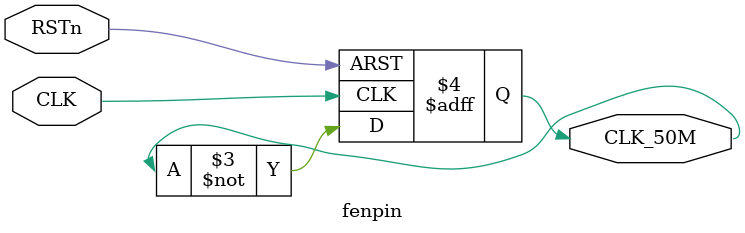
<source format=v>
module fenpin(
    input CLK,
    input RSTn,
   (*dont_touch = "true" *) output reg CLK_50M
    );
	always @ (posedge CLK or negedge RSTn )
	    if( !RSTn )
	        begin
	            CLK_50M <= 0;
	        end
	    else
	        CLK_50M<=~CLK_50M;
endmodule
</source>
